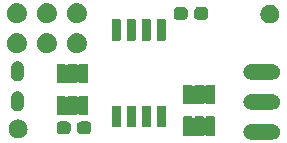
<source format=gbr>
G04 #@! TF.GenerationSoftware,KiCad,Pcbnew,7.0.3*
G04 #@! TF.CreationDate,2023-07-10T18:08:13+01:00*
G04 #@! TF.ProjectId,attiny85_ws2812_touch,61747469-6e79-4383-955f-777332383132,rev?*
G04 #@! TF.SameCoordinates,Original*
G04 #@! TF.FileFunction,Soldermask,Top*
G04 #@! TF.FilePolarity,Negative*
%FSLAX46Y46*%
G04 Gerber Fmt 4.6, Leading zero omitted, Abs format (unit mm)*
G04 Created by KiCad (PCBNEW 7.0.3) date 2023-07-10 18:08:13*
%MOMM*%
%LPD*%
G01*
G04 APERTURE LIST*
G04 APERTURE END LIST*
G36*
X143424792Y-80938933D02*
G01*
X143458459Y-80947577D01*
X143487886Y-80950893D01*
X143533404Y-80966820D01*
X143582849Y-80979516D01*
X143605897Y-80992186D01*
X143625314Y-80998981D01*
X143674685Y-81030003D01*
X143725848Y-81058130D01*
X143738789Y-81070282D01*
X143748595Y-81076444D01*
X143798593Y-81126442D01*
X143844804Y-81169837D01*
X143849694Y-81177543D01*
X143851555Y-81179404D01*
X143919655Y-81287784D01*
X143932242Y-81307618D01*
X143951716Y-81367553D01*
X143977106Y-81440113D01*
X143978068Y-81448656D01*
X143982669Y-81462815D01*
X143986467Y-81523197D01*
X143993409Y-81584800D01*
X143991441Y-81602259D01*
X143992915Y-81625677D01*
X143982868Y-81678341D01*
X143977106Y-81729486D01*
X143968326Y-81754576D01*
X143962338Y-81785970D01*
X143942850Y-81827381D01*
X143929018Y-81866914D01*
X143910022Y-81897145D01*
X143892857Y-81933623D01*
X143868922Y-81962555D01*
X143851555Y-81990195D01*
X143819725Y-82022024D01*
X143788840Y-82059359D01*
X143765256Y-82076493D01*
X143748595Y-82093155D01*
X143702197Y-82122308D01*
X143656822Y-82155276D01*
X143637650Y-82162866D01*
X143625314Y-82170618D01*
X143563002Y-82192421D01*
X143505097Y-82215348D01*
X143493180Y-82216853D01*
X143487886Y-82218706D01*
X143401154Y-82228478D01*
X143343200Y-82235800D01*
X143336180Y-82235800D01*
X141550220Y-82235800D01*
X141543200Y-82235800D01*
X141461608Y-82230667D01*
X141427936Y-82222021D01*
X141398513Y-82218706D01*
X141353002Y-82202781D01*
X141303551Y-82190084D01*
X141280499Y-82177411D01*
X141261085Y-82170618D01*
X141211719Y-82139599D01*
X141160552Y-82111470D01*
X141147609Y-82099316D01*
X141137804Y-82093155D01*
X141087806Y-82043157D01*
X141041596Y-81999763D01*
X141036705Y-81992056D01*
X141034844Y-81990195D01*
X140966707Y-81881756D01*
X140954158Y-81861982D01*
X140934692Y-81802072D01*
X140909293Y-81729486D01*
X140908329Y-81720938D01*
X140903731Y-81706785D01*
X140899933Y-81646421D01*
X140892990Y-81584800D01*
X140894957Y-81567335D01*
X140893485Y-81543923D01*
X140903528Y-81491272D01*
X140909293Y-81440113D01*
X140918075Y-81415015D01*
X140924062Y-81383630D01*
X140943543Y-81342229D01*
X140957381Y-81302685D01*
X140976382Y-81272444D01*
X140993543Y-81235977D01*
X141017471Y-81207052D01*
X141034844Y-81179404D01*
X141066683Y-81147564D01*
X141097560Y-81110241D01*
X141121136Y-81093111D01*
X141137804Y-81076444D01*
X141184218Y-81047279D01*
X141229578Y-81014324D01*
X141248742Y-81006736D01*
X141261085Y-80998981D01*
X141323427Y-80977166D01*
X141381303Y-80954252D01*
X141393213Y-80952747D01*
X141398513Y-80950893D01*
X141485280Y-80941116D01*
X141543200Y-80933800D01*
X143343200Y-80933800D01*
X143424792Y-80938933D01*
G37*
G36*
X121863423Y-80534873D02*
G01*
X121902057Y-80534873D01*
X121945640Y-80544136D01*
X121996639Y-80549883D01*
X122033721Y-80562858D01*
X122065706Y-80569657D01*
X122111801Y-80590179D01*
X122165941Y-80609124D01*
X122194119Y-80626829D01*
X122218557Y-80637710D01*
X122264120Y-80670814D01*
X122317815Y-80704553D01*
X122337100Y-80723838D01*
X122353912Y-80736053D01*
X122395476Y-80782214D01*
X122444647Y-80831385D01*
X122455955Y-80849382D01*
X122465867Y-80860390D01*
X122499776Y-80919122D01*
X122540076Y-80983259D01*
X122545107Y-80997638D01*
X122549520Y-81005281D01*
X122572118Y-81074830D01*
X122599317Y-81152561D01*
X122600348Y-81161713D01*
X122601223Y-81164406D01*
X122609151Y-81239844D01*
X122619400Y-81330800D01*
X122609149Y-81421775D01*
X122601223Y-81497193D01*
X122600348Y-81499884D01*
X122599317Y-81509039D01*
X122572113Y-81586782D01*
X122549520Y-81656318D01*
X122545108Y-81663959D01*
X122540076Y-81678341D01*
X122499769Y-81742488D01*
X122465867Y-81801209D01*
X122455957Y-81812214D01*
X122444647Y-81830215D01*
X122395467Y-81879394D01*
X122353912Y-81925546D01*
X122337104Y-81937757D01*
X122317815Y-81957047D01*
X122264110Y-81990792D01*
X122218557Y-82023889D01*
X122194125Y-82034766D01*
X122165941Y-82052476D01*
X122111791Y-82071423D01*
X122065706Y-82091942D01*
X122033727Y-82098739D01*
X121996639Y-82111717D01*
X121945637Y-82117463D01*
X121902057Y-82126727D01*
X121863423Y-82126727D01*
X121818400Y-82131800D01*
X121773377Y-82126727D01*
X121734743Y-82126727D01*
X121691161Y-82117463D01*
X121640161Y-82111717D01*
X121603074Y-82098739D01*
X121571093Y-82091942D01*
X121525003Y-82071422D01*
X121470859Y-82052476D01*
X121442677Y-82034768D01*
X121418242Y-82023889D01*
X121372682Y-81990787D01*
X121318985Y-81957047D01*
X121299698Y-81937760D01*
X121282887Y-81925546D01*
X121241322Y-81879384D01*
X121192153Y-81830215D01*
X121180844Y-81812218D01*
X121170932Y-81801209D01*
X121137018Y-81742468D01*
X121096724Y-81678341D01*
X121091693Y-81663963D01*
X121087279Y-81656318D01*
X121064672Y-81586742D01*
X121037483Y-81509039D01*
X121036452Y-81499889D01*
X121035576Y-81497193D01*
X121027635Y-81421643D01*
X121017400Y-81330800D01*
X121027633Y-81239976D01*
X121035576Y-81164406D01*
X121036452Y-81161709D01*
X121037483Y-81152561D01*
X121064667Y-81074870D01*
X121087279Y-81005281D01*
X121091693Y-80997634D01*
X121096724Y-80983259D01*
X121137011Y-80919142D01*
X121170932Y-80860390D01*
X121180846Y-80849378D01*
X121192153Y-80831385D01*
X121241313Y-80782224D01*
X121282887Y-80736053D01*
X121299701Y-80723836D01*
X121318985Y-80704553D01*
X121372678Y-80670815D01*
X121418246Y-80637708D01*
X121442684Y-80626827D01*
X121470859Y-80609124D01*
X121524987Y-80590183D01*
X121571089Y-80569658D01*
X121603079Y-80562858D01*
X121640161Y-80549883D01*
X121691159Y-80544136D01*
X121734743Y-80534873D01*
X121773377Y-80534873D01*
X121818400Y-80529800D01*
X121863423Y-80534873D01*
G37*
G36*
X136539317Y-80282682D02*
G01*
X136555862Y-80293738D01*
X136566918Y-80310283D01*
X136568142Y-80316438D01*
X136602988Y-80368586D01*
X136736612Y-80368586D01*
X136771457Y-80316436D01*
X136772682Y-80310283D01*
X136783738Y-80293738D01*
X136800283Y-80282682D01*
X136819800Y-80278800D01*
X137469800Y-80278800D01*
X137489317Y-80282682D01*
X137505862Y-80293738D01*
X137516918Y-80310283D01*
X137518142Y-80316438D01*
X137552988Y-80368586D01*
X137686612Y-80368586D01*
X137721457Y-80316436D01*
X137722682Y-80310283D01*
X137733738Y-80293738D01*
X137750283Y-80282682D01*
X137769800Y-80278800D01*
X138419800Y-80278800D01*
X138439317Y-80282682D01*
X138455862Y-80293738D01*
X138466918Y-80310283D01*
X138470800Y-80329800D01*
X138470800Y-81889800D01*
X138466918Y-81909317D01*
X138455862Y-81925862D01*
X138439317Y-81936918D01*
X138419800Y-81940800D01*
X137769800Y-81940800D01*
X137750283Y-81936918D01*
X137733738Y-81925862D01*
X137722682Y-81909317D01*
X137721457Y-81903160D01*
X137686613Y-81851013D01*
X137552987Y-81851013D01*
X137518142Y-81903159D01*
X137516918Y-81909317D01*
X137505862Y-81925862D01*
X137489317Y-81936918D01*
X137469800Y-81940800D01*
X136819800Y-81940800D01*
X136800283Y-81936918D01*
X136783738Y-81925862D01*
X136772682Y-81909317D01*
X136771457Y-81903160D01*
X136736613Y-81851013D01*
X136602987Y-81851013D01*
X136568142Y-81903159D01*
X136566918Y-81909317D01*
X136555862Y-81925862D01*
X136539317Y-81936918D01*
X136519800Y-81940800D01*
X135869800Y-81940800D01*
X135850283Y-81936918D01*
X135833738Y-81925862D01*
X135822682Y-81909317D01*
X135818800Y-81889800D01*
X135818800Y-80329800D01*
X135822682Y-80310283D01*
X135833738Y-80293738D01*
X135850283Y-80282682D01*
X135869800Y-80278800D01*
X136519800Y-80278800D01*
X136539317Y-80282682D01*
G37*
G36*
X126046352Y-80710863D02*
G01*
X126061734Y-80717655D01*
X126068970Y-80718801D01*
X126099102Y-80734154D01*
X126143342Y-80753688D01*
X126218312Y-80828658D01*
X126237848Y-80872904D01*
X126253198Y-80903029D01*
X126254343Y-80910262D01*
X126261137Y-80925648D01*
X126268800Y-80991700D01*
X126268800Y-81466700D01*
X126261137Y-81532752D01*
X126254343Y-81548138D01*
X126253198Y-81555370D01*
X126237852Y-81585487D01*
X126218312Y-81629742D01*
X126143342Y-81704712D01*
X126099087Y-81724252D01*
X126068970Y-81739598D01*
X126061738Y-81740743D01*
X126046352Y-81747537D01*
X125980300Y-81755200D01*
X125380300Y-81755200D01*
X125314248Y-81747537D01*
X125298862Y-81740743D01*
X125291629Y-81739598D01*
X125261504Y-81724248D01*
X125217258Y-81704712D01*
X125142288Y-81629742D01*
X125122754Y-81585502D01*
X125107401Y-81555370D01*
X125106255Y-81548134D01*
X125099463Y-81532752D01*
X125091800Y-81466700D01*
X125091800Y-80991700D01*
X125099463Y-80925648D01*
X125106254Y-80910265D01*
X125107401Y-80903029D01*
X125122757Y-80872890D01*
X125142288Y-80828658D01*
X125217258Y-80753688D01*
X125261490Y-80734157D01*
X125291629Y-80718801D01*
X125298865Y-80717654D01*
X125314248Y-80710863D01*
X125380300Y-80703200D01*
X125980300Y-80703200D01*
X126046352Y-80710863D01*
G37*
G36*
X127771352Y-80710863D02*
G01*
X127786734Y-80717655D01*
X127793970Y-80718801D01*
X127824102Y-80734154D01*
X127868342Y-80753688D01*
X127943312Y-80828658D01*
X127962848Y-80872904D01*
X127978198Y-80903029D01*
X127979343Y-80910262D01*
X127986137Y-80925648D01*
X127993800Y-80991700D01*
X127993800Y-81466700D01*
X127986137Y-81532752D01*
X127979343Y-81548138D01*
X127978198Y-81555370D01*
X127962852Y-81585487D01*
X127943312Y-81629742D01*
X127868342Y-81704712D01*
X127824087Y-81724252D01*
X127793970Y-81739598D01*
X127786738Y-81740743D01*
X127771352Y-81747537D01*
X127705300Y-81755200D01*
X127105300Y-81755200D01*
X127039248Y-81747537D01*
X127023862Y-81740743D01*
X127016629Y-81739598D01*
X126986504Y-81724248D01*
X126942258Y-81704712D01*
X126867288Y-81629742D01*
X126847754Y-81585502D01*
X126832401Y-81555370D01*
X126831255Y-81548134D01*
X126824463Y-81532752D01*
X126816800Y-81466700D01*
X126816800Y-80991700D01*
X126824463Y-80925648D01*
X126831254Y-80910265D01*
X126832401Y-80903029D01*
X126847757Y-80872890D01*
X126867288Y-80828658D01*
X126942258Y-80753688D01*
X126986490Y-80734157D01*
X127016629Y-80718801D01*
X127023865Y-80717654D01*
X127039248Y-80710863D01*
X127105300Y-80703200D01*
X127705300Y-80703200D01*
X127771352Y-80710863D01*
G37*
G36*
X130468717Y-79359282D02*
G01*
X130485262Y-79370338D01*
X130496318Y-79386883D01*
X130500200Y-79406400D01*
X130500200Y-81106400D01*
X130496318Y-81125917D01*
X130485262Y-81142462D01*
X130468717Y-81153518D01*
X130449200Y-81157400D01*
X129799200Y-81157400D01*
X129779683Y-81153518D01*
X129763138Y-81142462D01*
X129752082Y-81125917D01*
X129748200Y-81106400D01*
X129748200Y-79406400D01*
X129752082Y-79386883D01*
X129763138Y-79370338D01*
X129779683Y-79359282D01*
X129799200Y-79355400D01*
X130449200Y-79355400D01*
X130468717Y-79359282D01*
G37*
G36*
X131738717Y-79359282D02*
G01*
X131755262Y-79370338D01*
X131766318Y-79386883D01*
X131770200Y-79406400D01*
X131770200Y-81106400D01*
X131766318Y-81125917D01*
X131755262Y-81142462D01*
X131738717Y-81153518D01*
X131719200Y-81157400D01*
X131069200Y-81157400D01*
X131049683Y-81153518D01*
X131033138Y-81142462D01*
X131022082Y-81125917D01*
X131018200Y-81106400D01*
X131018200Y-79406400D01*
X131022082Y-79386883D01*
X131033138Y-79370338D01*
X131049683Y-79359282D01*
X131069200Y-79355400D01*
X131719200Y-79355400D01*
X131738717Y-79359282D01*
G37*
G36*
X133008717Y-79359282D02*
G01*
X133025262Y-79370338D01*
X133036318Y-79386883D01*
X133040200Y-79406400D01*
X133040200Y-81106400D01*
X133036318Y-81125917D01*
X133025262Y-81142462D01*
X133008717Y-81153518D01*
X132989200Y-81157400D01*
X132339200Y-81157400D01*
X132319683Y-81153518D01*
X132303138Y-81142462D01*
X132292082Y-81125917D01*
X132288200Y-81106400D01*
X132288200Y-79406400D01*
X132292082Y-79386883D01*
X132303138Y-79370338D01*
X132319683Y-79359282D01*
X132339200Y-79355400D01*
X132989200Y-79355400D01*
X133008717Y-79359282D01*
G37*
G36*
X134278717Y-79359282D02*
G01*
X134295262Y-79370338D01*
X134306318Y-79386883D01*
X134310200Y-79406400D01*
X134310200Y-81106400D01*
X134306318Y-81125917D01*
X134295262Y-81142462D01*
X134278717Y-81153518D01*
X134259200Y-81157400D01*
X133609200Y-81157400D01*
X133589683Y-81153518D01*
X133573138Y-81142462D01*
X133562082Y-81125917D01*
X133558200Y-81106400D01*
X133558200Y-79406400D01*
X133562082Y-79386883D01*
X133573138Y-79370338D01*
X133589683Y-79359282D01*
X133609200Y-79355400D01*
X134259200Y-79355400D01*
X134278717Y-79359282D01*
G37*
G36*
X125800117Y-78522482D02*
G01*
X125816662Y-78533538D01*
X125827718Y-78550083D01*
X125828942Y-78556238D01*
X125863788Y-78608386D01*
X125997412Y-78608386D01*
X126032257Y-78556236D01*
X126033482Y-78550083D01*
X126044538Y-78533538D01*
X126061083Y-78522482D01*
X126080600Y-78518600D01*
X126730600Y-78518600D01*
X126750117Y-78522482D01*
X126766662Y-78533538D01*
X126777718Y-78550083D01*
X126778942Y-78556238D01*
X126813788Y-78608386D01*
X126947412Y-78608386D01*
X126982257Y-78556236D01*
X126983482Y-78550083D01*
X126994538Y-78533538D01*
X127011083Y-78522482D01*
X127030600Y-78518600D01*
X127680600Y-78518600D01*
X127700117Y-78522482D01*
X127716662Y-78533538D01*
X127727718Y-78550083D01*
X127731600Y-78569600D01*
X127731600Y-80129600D01*
X127727718Y-80149117D01*
X127716662Y-80165662D01*
X127700117Y-80176718D01*
X127680600Y-80180600D01*
X127030600Y-80180600D01*
X127011083Y-80176718D01*
X126994538Y-80165662D01*
X126983482Y-80149117D01*
X126982257Y-80142960D01*
X126947413Y-80090813D01*
X126813787Y-80090813D01*
X126778942Y-80142959D01*
X126777718Y-80149117D01*
X126766662Y-80165662D01*
X126750117Y-80176718D01*
X126730600Y-80180600D01*
X126080600Y-80180600D01*
X126061083Y-80176718D01*
X126044538Y-80165662D01*
X126033482Y-80149117D01*
X126032257Y-80142960D01*
X125997413Y-80090813D01*
X125863787Y-80090813D01*
X125828942Y-80142959D01*
X125827718Y-80149117D01*
X125816662Y-80165662D01*
X125800117Y-80176718D01*
X125780600Y-80180600D01*
X125130600Y-80180600D01*
X125111083Y-80176718D01*
X125094538Y-80165662D01*
X125083482Y-80149117D01*
X125079600Y-80129600D01*
X125079600Y-78569600D01*
X125083482Y-78550083D01*
X125094538Y-78533538D01*
X125111083Y-78522482D01*
X125130600Y-78518600D01*
X125780600Y-78518600D01*
X125800117Y-78522482D01*
G37*
G36*
X121783272Y-78147929D02*
G01*
X121833905Y-78147929D01*
X121853354Y-78152722D01*
X121879704Y-78154525D01*
X121922780Y-78169834D01*
X121962663Y-78179664D01*
X121988299Y-78193119D01*
X122021096Y-78204775D01*
X122051796Y-78226446D01*
X122080083Y-78241292D01*
X122108524Y-78266488D01*
X122143687Y-78291309D01*
X122162129Y-78313978D01*
X122179340Y-78329225D01*
X122206242Y-78368199D01*
X122238385Y-78407709D01*
X122246655Y-78426749D01*
X122254673Y-78438365D01*
X122275129Y-78492304D01*
X122298167Y-78545342D01*
X122299828Y-78557428D01*
X122301697Y-78562356D01*
X122310723Y-78636694D01*
X122318600Y-78694000D01*
X122318600Y-79294000D01*
X122313468Y-79369028D01*
X122304826Y-79399869D01*
X122301697Y-79425643D01*
X122286031Y-79466949D01*
X122272983Y-79513519D01*
X122260724Y-79533676D01*
X122254673Y-79549634D01*
X122223981Y-79594099D01*
X122195017Y-79641729D01*
X122184008Y-79652009D01*
X122179340Y-79658774D01*
X122129287Y-79703116D01*
X122085351Y-79744150D01*
X122054259Y-79760260D01*
X121962663Y-79808335D01*
X121960408Y-79808890D01*
X121952119Y-79813186D01*
X121893894Y-79825284D01*
X121833905Y-79840071D01*
X121822738Y-79840071D01*
X121805202Y-79843715D01*
X121751928Y-79840071D01*
X121701295Y-79840071D01*
X121681846Y-79835277D01*
X121655496Y-79833475D01*
X121612414Y-79818164D01*
X121572536Y-79808335D01*
X121546903Y-79794881D01*
X121514104Y-79783225D01*
X121483400Y-79761552D01*
X121455116Y-79746707D01*
X121426676Y-79721511D01*
X121391513Y-79696691D01*
X121373070Y-79674021D01*
X121355859Y-79658774D01*
X121328955Y-79619797D01*
X121296815Y-79580291D01*
X121288545Y-79561252D01*
X121280526Y-79549634D01*
X121260065Y-79495684D01*
X121237033Y-79442658D01*
X121235372Y-79430573D01*
X121233502Y-79425643D01*
X121224473Y-79351284D01*
X121216600Y-79294000D01*
X121216600Y-78694000D01*
X121221732Y-78618972D01*
X121230371Y-78588136D01*
X121233502Y-78562356D01*
X121249172Y-78521036D01*
X121262217Y-78474481D01*
X121274471Y-78454329D01*
X121280526Y-78438365D01*
X121311231Y-78393880D01*
X121340183Y-78346271D01*
X121351186Y-78335994D01*
X121355859Y-78329225D01*
X121405951Y-78284847D01*
X121449849Y-78243850D01*
X121480712Y-78227857D01*
X121572536Y-78179664D01*
X121574796Y-78179106D01*
X121583081Y-78174814D01*
X121641290Y-78162718D01*
X121701295Y-78147929D01*
X121712462Y-78147929D01*
X121729998Y-78144285D01*
X121783272Y-78147929D01*
G37*
G36*
X143424792Y-78398933D02*
G01*
X143458459Y-78407577D01*
X143487886Y-78410893D01*
X143533404Y-78426820D01*
X143582849Y-78439516D01*
X143605897Y-78452186D01*
X143625314Y-78458981D01*
X143674685Y-78490003D01*
X143725848Y-78518130D01*
X143738789Y-78530282D01*
X143748595Y-78536444D01*
X143798593Y-78586442D01*
X143844804Y-78629837D01*
X143849694Y-78637543D01*
X143851555Y-78639404D01*
X143919655Y-78747784D01*
X143932242Y-78767618D01*
X143951716Y-78827553D01*
X143977106Y-78900113D01*
X143978068Y-78908656D01*
X143982669Y-78922815D01*
X143986467Y-78983197D01*
X143993409Y-79044800D01*
X143991441Y-79062259D01*
X143992915Y-79085677D01*
X143982868Y-79138341D01*
X143977106Y-79189486D01*
X143968326Y-79214576D01*
X143962338Y-79245970D01*
X143942850Y-79287381D01*
X143929018Y-79326914D01*
X143910022Y-79357145D01*
X143892857Y-79393623D01*
X143868922Y-79422555D01*
X143851555Y-79450195D01*
X143819725Y-79482024D01*
X143788840Y-79519359D01*
X143765256Y-79536493D01*
X143748595Y-79553155D01*
X143702197Y-79582308D01*
X143656822Y-79615276D01*
X143637650Y-79622866D01*
X143625314Y-79630618D01*
X143563002Y-79652421D01*
X143505097Y-79675348D01*
X143493180Y-79676853D01*
X143487886Y-79678706D01*
X143401154Y-79688478D01*
X143343200Y-79695800D01*
X143336180Y-79695800D01*
X141550220Y-79695800D01*
X141543200Y-79695800D01*
X141461608Y-79690667D01*
X141427936Y-79682021D01*
X141398513Y-79678706D01*
X141353002Y-79662781D01*
X141303551Y-79650084D01*
X141280499Y-79637411D01*
X141261085Y-79630618D01*
X141211719Y-79599599D01*
X141160552Y-79571470D01*
X141147609Y-79559316D01*
X141137804Y-79553155D01*
X141087806Y-79503157D01*
X141041596Y-79459763D01*
X141036705Y-79452056D01*
X141034844Y-79450195D01*
X140966707Y-79341756D01*
X140954158Y-79321982D01*
X140934692Y-79262072D01*
X140909293Y-79189486D01*
X140908329Y-79180938D01*
X140903731Y-79166785D01*
X140899933Y-79106421D01*
X140892990Y-79044800D01*
X140894957Y-79027335D01*
X140893485Y-79003923D01*
X140903528Y-78951272D01*
X140909293Y-78900113D01*
X140918075Y-78875015D01*
X140924062Y-78843630D01*
X140943543Y-78802229D01*
X140957381Y-78762685D01*
X140976382Y-78732444D01*
X140993543Y-78695977D01*
X141017471Y-78667052D01*
X141034844Y-78639404D01*
X141066683Y-78607564D01*
X141097560Y-78570241D01*
X141121136Y-78553111D01*
X141137804Y-78536444D01*
X141184218Y-78507279D01*
X141229578Y-78474324D01*
X141248742Y-78466736D01*
X141261085Y-78458981D01*
X141323427Y-78437166D01*
X141381303Y-78414252D01*
X141393213Y-78412747D01*
X141398513Y-78410893D01*
X141485280Y-78401116D01*
X141543200Y-78393800D01*
X143343200Y-78393800D01*
X143424792Y-78398933D01*
G37*
G36*
X136539317Y-77582682D02*
G01*
X136555862Y-77593738D01*
X136566918Y-77610283D01*
X136568142Y-77616438D01*
X136602988Y-77668586D01*
X136736612Y-77668586D01*
X136771457Y-77616436D01*
X136772682Y-77610283D01*
X136783738Y-77593738D01*
X136800283Y-77582682D01*
X136819800Y-77578800D01*
X137469800Y-77578800D01*
X137489317Y-77582682D01*
X137505862Y-77593738D01*
X137516918Y-77610283D01*
X137518142Y-77616438D01*
X137552988Y-77668586D01*
X137686612Y-77668586D01*
X137721457Y-77616436D01*
X137722682Y-77610283D01*
X137733738Y-77593738D01*
X137750283Y-77582682D01*
X137769800Y-77578800D01*
X138419800Y-77578800D01*
X138439317Y-77582682D01*
X138455862Y-77593738D01*
X138466918Y-77610283D01*
X138470800Y-77629800D01*
X138470800Y-79189800D01*
X138466918Y-79209317D01*
X138455862Y-79225862D01*
X138439317Y-79236918D01*
X138419800Y-79240800D01*
X137769800Y-79240800D01*
X137750283Y-79236918D01*
X137733738Y-79225862D01*
X137722682Y-79209317D01*
X137721457Y-79203160D01*
X137686613Y-79151013D01*
X137552987Y-79151013D01*
X137518142Y-79203159D01*
X137516918Y-79209317D01*
X137505862Y-79225862D01*
X137489317Y-79236918D01*
X137469800Y-79240800D01*
X136819800Y-79240800D01*
X136800283Y-79236918D01*
X136783738Y-79225862D01*
X136772682Y-79209317D01*
X136771457Y-79203160D01*
X136736613Y-79151013D01*
X136602987Y-79151013D01*
X136568142Y-79203159D01*
X136566918Y-79209317D01*
X136555862Y-79225862D01*
X136539317Y-79236918D01*
X136519800Y-79240800D01*
X135869800Y-79240800D01*
X135850283Y-79236918D01*
X135833738Y-79225862D01*
X135822682Y-79209317D01*
X135818800Y-79189800D01*
X135818800Y-77629800D01*
X135822682Y-77610283D01*
X135833738Y-77593738D01*
X135850283Y-77582682D01*
X135869800Y-77578800D01*
X136519800Y-77578800D01*
X136539317Y-77582682D01*
G37*
G36*
X125800117Y-75822482D02*
G01*
X125816662Y-75833538D01*
X125827718Y-75850083D01*
X125828942Y-75856238D01*
X125863788Y-75908386D01*
X125997412Y-75908386D01*
X126032257Y-75856236D01*
X126033482Y-75850083D01*
X126044538Y-75833538D01*
X126061083Y-75822482D01*
X126080600Y-75818600D01*
X126730600Y-75818600D01*
X126750117Y-75822482D01*
X126766662Y-75833538D01*
X126777718Y-75850083D01*
X126778942Y-75856238D01*
X126813788Y-75908386D01*
X126947412Y-75908386D01*
X126982257Y-75856236D01*
X126983482Y-75850083D01*
X126994538Y-75833538D01*
X127011083Y-75822482D01*
X127030600Y-75818600D01*
X127680600Y-75818600D01*
X127700117Y-75822482D01*
X127716662Y-75833538D01*
X127727718Y-75850083D01*
X127731600Y-75869600D01*
X127731600Y-77429600D01*
X127727718Y-77449117D01*
X127716662Y-77465662D01*
X127700117Y-77476718D01*
X127680600Y-77480600D01*
X127030600Y-77480600D01*
X127011083Y-77476718D01*
X126994538Y-77465662D01*
X126983482Y-77449117D01*
X126982257Y-77442960D01*
X126947413Y-77390813D01*
X126813787Y-77390813D01*
X126778942Y-77442959D01*
X126777718Y-77449117D01*
X126766662Y-77465662D01*
X126750117Y-77476718D01*
X126730600Y-77480600D01*
X126080600Y-77480600D01*
X126061083Y-77476718D01*
X126044538Y-77465662D01*
X126033482Y-77449117D01*
X126032257Y-77442960D01*
X125997413Y-77390813D01*
X125863787Y-77390813D01*
X125828942Y-77442959D01*
X125827718Y-77449117D01*
X125816662Y-77465662D01*
X125800117Y-77476718D01*
X125780600Y-77480600D01*
X125130600Y-77480600D01*
X125111083Y-77476718D01*
X125094538Y-77465662D01*
X125083482Y-77449117D01*
X125079600Y-77429600D01*
X125079600Y-75869600D01*
X125083482Y-75850083D01*
X125094538Y-75833538D01*
X125111083Y-75822482D01*
X125130600Y-75818600D01*
X125780600Y-75818600D01*
X125800117Y-75822482D01*
G37*
G36*
X121783272Y-75607929D02*
G01*
X121833905Y-75607929D01*
X121853354Y-75612722D01*
X121879704Y-75614525D01*
X121922780Y-75629834D01*
X121962663Y-75639664D01*
X121988299Y-75653119D01*
X122021096Y-75664775D01*
X122051796Y-75686446D01*
X122080083Y-75701292D01*
X122108524Y-75726488D01*
X122143687Y-75751309D01*
X122162129Y-75773978D01*
X122179340Y-75789225D01*
X122206242Y-75828199D01*
X122238385Y-75867709D01*
X122246655Y-75886749D01*
X122254673Y-75898365D01*
X122275129Y-75952304D01*
X122298167Y-76005342D01*
X122299828Y-76017428D01*
X122301697Y-76022356D01*
X122310723Y-76096694D01*
X122318600Y-76154000D01*
X122318600Y-76754000D01*
X122313468Y-76829028D01*
X122304826Y-76859869D01*
X122301697Y-76885643D01*
X122286031Y-76926949D01*
X122272983Y-76973519D01*
X122260724Y-76993676D01*
X122254673Y-77009634D01*
X122223981Y-77054099D01*
X122195017Y-77101729D01*
X122184008Y-77112009D01*
X122179340Y-77118774D01*
X122129287Y-77163116D01*
X122085351Y-77204150D01*
X122054259Y-77220260D01*
X121962663Y-77268335D01*
X121960408Y-77268890D01*
X121952119Y-77273186D01*
X121893894Y-77285284D01*
X121833905Y-77300071D01*
X121822738Y-77300071D01*
X121805202Y-77303715D01*
X121751928Y-77300071D01*
X121701295Y-77300071D01*
X121681846Y-77295277D01*
X121655496Y-77293475D01*
X121612414Y-77278164D01*
X121572536Y-77268335D01*
X121546903Y-77254881D01*
X121514104Y-77243225D01*
X121483400Y-77221552D01*
X121455116Y-77206707D01*
X121426676Y-77181511D01*
X121391513Y-77156691D01*
X121373070Y-77134021D01*
X121355859Y-77118774D01*
X121328955Y-77079797D01*
X121296815Y-77040291D01*
X121288545Y-77021252D01*
X121280526Y-77009634D01*
X121260065Y-76955684D01*
X121237033Y-76902658D01*
X121235372Y-76890573D01*
X121233502Y-76885643D01*
X121224473Y-76811284D01*
X121216600Y-76754000D01*
X121216600Y-76154000D01*
X121221732Y-76078972D01*
X121230371Y-76048136D01*
X121233502Y-76022356D01*
X121249172Y-75981036D01*
X121262217Y-75934481D01*
X121274471Y-75914329D01*
X121280526Y-75898365D01*
X121311231Y-75853880D01*
X121340183Y-75806271D01*
X121351186Y-75795994D01*
X121355859Y-75789225D01*
X121405951Y-75744847D01*
X121449849Y-75703850D01*
X121480712Y-75687857D01*
X121572536Y-75639664D01*
X121574796Y-75639106D01*
X121583081Y-75634814D01*
X121641290Y-75622718D01*
X121701295Y-75607929D01*
X121712462Y-75607929D01*
X121729998Y-75604285D01*
X121783272Y-75607929D01*
G37*
G36*
X143424792Y-75858933D02*
G01*
X143458459Y-75867577D01*
X143487886Y-75870893D01*
X143533404Y-75886820D01*
X143582849Y-75899516D01*
X143605897Y-75912186D01*
X143625314Y-75918981D01*
X143674685Y-75950003D01*
X143725848Y-75978130D01*
X143738789Y-75990282D01*
X143748595Y-75996444D01*
X143798593Y-76046442D01*
X143844804Y-76089837D01*
X143849694Y-76097543D01*
X143851555Y-76099404D01*
X143919655Y-76207784D01*
X143932242Y-76227618D01*
X143951716Y-76287553D01*
X143977106Y-76360113D01*
X143978068Y-76368656D01*
X143982669Y-76382815D01*
X143986467Y-76443197D01*
X143993409Y-76504800D01*
X143991441Y-76522259D01*
X143992915Y-76545677D01*
X143982868Y-76598341D01*
X143977106Y-76649486D01*
X143968326Y-76674576D01*
X143962338Y-76705970D01*
X143942850Y-76747381D01*
X143929018Y-76786914D01*
X143910022Y-76817145D01*
X143892857Y-76853623D01*
X143868922Y-76882555D01*
X143851555Y-76910195D01*
X143819725Y-76942024D01*
X143788840Y-76979359D01*
X143765256Y-76996493D01*
X143748595Y-77013155D01*
X143702197Y-77042308D01*
X143656822Y-77075276D01*
X143637650Y-77082866D01*
X143625314Y-77090618D01*
X143563002Y-77112421D01*
X143505097Y-77135348D01*
X143493180Y-77136853D01*
X143487886Y-77138706D01*
X143401154Y-77148478D01*
X143343200Y-77155800D01*
X143336180Y-77155800D01*
X141550220Y-77155800D01*
X141543200Y-77155800D01*
X141461608Y-77150667D01*
X141427936Y-77142021D01*
X141398513Y-77138706D01*
X141353002Y-77122781D01*
X141303551Y-77110084D01*
X141280499Y-77097411D01*
X141261085Y-77090618D01*
X141211719Y-77059599D01*
X141160552Y-77031470D01*
X141147609Y-77019316D01*
X141137804Y-77013155D01*
X141087806Y-76963157D01*
X141041596Y-76919763D01*
X141036705Y-76912056D01*
X141034844Y-76910195D01*
X140966707Y-76801756D01*
X140954158Y-76781982D01*
X140934692Y-76722072D01*
X140909293Y-76649486D01*
X140908329Y-76640938D01*
X140903731Y-76626785D01*
X140899933Y-76566421D01*
X140892990Y-76504800D01*
X140894957Y-76487335D01*
X140893485Y-76463923D01*
X140903528Y-76411272D01*
X140909293Y-76360113D01*
X140918075Y-76335015D01*
X140924062Y-76303630D01*
X140943543Y-76262229D01*
X140957381Y-76222685D01*
X140976382Y-76192444D01*
X140993543Y-76155977D01*
X141017471Y-76127052D01*
X141034844Y-76099404D01*
X141066683Y-76067564D01*
X141097560Y-76030241D01*
X141121136Y-76013111D01*
X141137804Y-75996444D01*
X141184218Y-75967279D01*
X141229578Y-75934324D01*
X141248742Y-75926736D01*
X141261085Y-75918981D01*
X141323427Y-75897166D01*
X141381303Y-75874252D01*
X141393213Y-75872747D01*
X141398513Y-75870893D01*
X141485280Y-75861116D01*
X141543200Y-75853800D01*
X143343200Y-75853800D01*
X143424792Y-75858933D01*
G37*
G36*
X121757999Y-73220062D02*
G01*
X121805754Y-73220062D01*
X121846994Y-73228827D01*
X121882701Y-73232345D01*
X121927559Y-73245952D01*
X121979773Y-73257051D01*
X122013184Y-73271926D01*
X122042235Y-73280739D01*
X122088402Y-73305415D01*
X122142300Y-73329412D01*
X122167354Y-73347615D01*
X122189253Y-73359320D01*
X122233928Y-73395984D01*
X122286230Y-73433984D01*
X122303211Y-73452843D01*
X122318120Y-73465079D01*
X122358187Y-73513901D01*
X122405273Y-73566195D01*
X122415164Y-73583327D01*
X122423879Y-73593946D01*
X122456106Y-73654240D01*
X122494227Y-73720267D01*
X122498613Y-73733768D01*
X122502460Y-73740964D01*
X122523661Y-73810855D01*
X122549204Y-73889467D01*
X122550103Y-73898023D01*
X122550854Y-73900498D01*
X122558171Y-73974789D01*
X122567800Y-74066400D01*
X122558170Y-74158019D01*
X122550854Y-74232301D01*
X122550103Y-74234775D01*
X122549204Y-74243333D01*
X122523656Y-74321958D01*
X122502460Y-74391835D01*
X122498614Y-74399029D01*
X122494227Y-74412533D01*
X122456099Y-74478572D01*
X122423879Y-74538853D01*
X122415166Y-74549469D01*
X122405273Y-74566605D01*
X122358178Y-74618909D01*
X122318120Y-74667720D01*
X122303214Y-74679952D01*
X122286230Y-74698816D01*
X122233918Y-74736823D01*
X122189253Y-74773479D01*
X122167359Y-74785180D01*
X122142300Y-74803388D01*
X122088391Y-74827389D01*
X122042235Y-74852060D01*
X122013191Y-74860870D01*
X121979773Y-74875749D01*
X121927548Y-74886849D01*
X121882701Y-74900454D01*
X121847003Y-74903970D01*
X121805754Y-74912738D01*
X121757988Y-74912738D01*
X121716799Y-74916795D01*
X121675611Y-74912738D01*
X121627846Y-74912738D01*
X121586597Y-74903970D01*
X121550898Y-74900454D01*
X121506048Y-74886848D01*
X121453827Y-74875749D01*
X121420410Y-74860871D01*
X121391364Y-74852060D01*
X121345202Y-74827386D01*
X121291300Y-74803388D01*
X121266243Y-74785183D01*
X121244346Y-74773479D01*
X121199673Y-74736816D01*
X121147370Y-74698816D01*
X121130388Y-74679955D01*
X121115479Y-74667720D01*
X121075410Y-74618896D01*
X121028327Y-74566605D01*
X121018436Y-74549473D01*
X121009720Y-74538853D01*
X120977487Y-74478548D01*
X120939373Y-74412533D01*
X120934986Y-74399034D01*
X120931139Y-74391835D01*
X120909928Y-74321912D01*
X120884396Y-74243333D01*
X120883497Y-74234780D01*
X120882745Y-74232301D01*
X120875414Y-74157874D01*
X120865800Y-74066400D01*
X120875411Y-73974947D01*
X120882745Y-73900498D01*
X120883497Y-73898018D01*
X120884396Y-73889467D01*
X120909923Y-73810902D01*
X120931139Y-73740964D01*
X120934987Y-73733763D01*
X120939373Y-73720267D01*
X120977480Y-73654263D01*
X121009720Y-73593946D01*
X121018438Y-73583323D01*
X121028327Y-73566195D01*
X121075401Y-73513913D01*
X121115479Y-73465079D01*
X121130391Y-73452840D01*
X121147370Y-73433984D01*
X121199662Y-73395991D01*
X121244346Y-73359320D01*
X121266248Y-73347613D01*
X121291300Y-73329412D01*
X121345191Y-73305418D01*
X121391364Y-73280739D01*
X121420417Y-73271925D01*
X121453827Y-73257051D01*
X121506037Y-73245953D01*
X121550898Y-73232345D01*
X121586606Y-73228827D01*
X121627846Y-73220062D01*
X121675601Y-73220062D01*
X121716800Y-73216004D01*
X121757999Y-73220062D01*
G37*
G36*
X124297999Y-73220062D02*
G01*
X124345754Y-73220062D01*
X124386994Y-73228827D01*
X124422701Y-73232345D01*
X124467559Y-73245952D01*
X124519773Y-73257051D01*
X124553184Y-73271926D01*
X124582235Y-73280739D01*
X124628402Y-73305415D01*
X124682300Y-73329412D01*
X124707354Y-73347615D01*
X124729253Y-73359320D01*
X124773928Y-73395984D01*
X124826230Y-73433984D01*
X124843211Y-73452843D01*
X124858120Y-73465079D01*
X124898187Y-73513901D01*
X124945273Y-73566195D01*
X124955164Y-73583327D01*
X124963879Y-73593946D01*
X124996106Y-73654240D01*
X125034227Y-73720267D01*
X125038613Y-73733768D01*
X125042460Y-73740964D01*
X125063661Y-73810855D01*
X125089204Y-73889467D01*
X125090103Y-73898023D01*
X125090854Y-73900498D01*
X125098171Y-73974789D01*
X125107800Y-74066400D01*
X125098170Y-74158019D01*
X125090854Y-74232301D01*
X125090103Y-74234775D01*
X125089204Y-74243333D01*
X125063656Y-74321958D01*
X125042460Y-74391835D01*
X125038614Y-74399029D01*
X125034227Y-74412533D01*
X124996099Y-74478572D01*
X124963879Y-74538853D01*
X124955166Y-74549469D01*
X124945273Y-74566605D01*
X124898178Y-74618909D01*
X124858120Y-74667720D01*
X124843214Y-74679952D01*
X124826230Y-74698816D01*
X124773918Y-74736823D01*
X124729253Y-74773479D01*
X124707359Y-74785180D01*
X124682300Y-74803388D01*
X124628391Y-74827389D01*
X124582235Y-74852060D01*
X124553191Y-74860870D01*
X124519773Y-74875749D01*
X124467548Y-74886849D01*
X124422701Y-74900454D01*
X124387003Y-74903970D01*
X124345754Y-74912738D01*
X124297988Y-74912738D01*
X124256799Y-74916795D01*
X124215611Y-74912738D01*
X124167846Y-74912738D01*
X124126597Y-74903970D01*
X124090898Y-74900454D01*
X124046048Y-74886848D01*
X123993827Y-74875749D01*
X123960410Y-74860871D01*
X123931364Y-74852060D01*
X123885202Y-74827386D01*
X123831300Y-74803388D01*
X123806243Y-74785183D01*
X123784346Y-74773479D01*
X123739673Y-74736816D01*
X123687370Y-74698816D01*
X123670388Y-74679955D01*
X123655479Y-74667720D01*
X123615410Y-74618896D01*
X123568327Y-74566605D01*
X123558436Y-74549473D01*
X123549720Y-74538853D01*
X123517487Y-74478548D01*
X123479373Y-74412533D01*
X123474986Y-74399034D01*
X123471139Y-74391835D01*
X123449928Y-74321912D01*
X123424396Y-74243333D01*
X123423497Y-74234780D01*
X123422745Y-74232301D01*
X123415414Y-74157874D01*
X123405800Y-74066400D01*
X123415411Y-73974947D01*
X123422745Y-73900498D01*
X123423497Y-73898018D01*
X123424396Y-73889467D01*
X123449923Y-73810902D01*
X123471139Y-73740964D01*
X123474987Y-73733763D01*
X123479373Y-73720267D01*
X123517480Y-73654263D01*
X123549720Y-73593946D01*
X123558438Y-73583323D01*
X123568327Y-73566195D01*
X123615401Y-73513913D01*
X123655479Y-73465079D01*
X123670391Y-73452840D01*
X123687370Y-73433984D01*
X123739662Y-73395991D01*
X123784346Y-73359320D01*
X123806248Y-73347613D01*
X123831300Y-73329412D01*
X123885191Y-73305418D01*
X123931364Y-73280739D01*
X123960417Y-73271925D01*
X123993827Y-73257051D01*
X124046037Y-73245953D01*
X124090898Y-73232345D01*
X124126606Y-73228827D01*
X124167846Y-73220062D01*
X124215601Y-73220062D01*
X124256800Y-73216004D01*
X124297999Y-73220062D01*
G37*
G36*
X126837999Y-73220062D02*
G01*
X126885754Y-73220062D01*
X126926994Y-73228827D01*
X126962701Y-73232345D01*
X127007559Y-73245952D01*
X127059773Y-73257051D01*
X127093184Y-73271926D01*
X127122235Y-73280739D01*
X127168402Y-73305415D01*
X127222300Y-73329412D01*
X127247354Y-73347615D01*
X127269253Y-73359320D01*
X127313928Y-73395984D01*
X127366230Y-73433984D01*
X127383211Y-73452843D01*
X127398120Y-73465079D01*
X127438187Y-73513901D01*
X127485273Y-73566195D01*
X127495164Y-73583327D01*
X127503879Y-73593946D01*
X127536106Y-73654240D01*
X127574227Y-73720267D01*
X127578613Y-73733768D01*
X127582460Y-73740964D01*
X127603661Y-73810855D01*
X127629204Y-73889467D01*
X127630103Y-73898023D01*
X127630854Y-73900498D01*
X127638171Y-73974789D01*
X127647800Y-74066400D01*
X127638170Y-74158019D01*
X127630854Y-74232301D01*
X127630103Y-74234775D01*
X127629204Y-74243333D01*
X127603656Y-74321958D01*
X127582460Y-74391835D01*
X127578614Y-74399029D01*
X127574227Y-74412533D01*
X127536099Y-74478572D01*
X127503879Y-74538853D01*
X127495166Y-74549469D01*
X127485273Y-74566605D01*
X127438178Y-74618909D01*
X127398120Y-74667720D01*
X127383214Y-74679952D01*
X127366230Y-74698816D01*
X127313918Y-74736823D01*
X127269253Y-74773479D01*
X127247359Y-74785180D01*
X127222300Y-74803388D01*
X127168391Y-74827389D01*
X127122235Y-74852060D01*
X127093191Y-74860870D01*
X127059773Y-74875749D01*
X127007548Y-74886849D01*
X126962701Y-74900454D01*
X126927003Y-74903970D01*
X126885754Y-74912738D01*
X126837988Y-74912738D01*
X126796799Y-74916795D01*
X126755611Y-74912738D01*
X126707846Y-74912738D01*
X126666597Y-74903970D01*
X126630898Y-74900454D01*
X126586048Y-74886848D01*
X126533827Y-74875749D01*
X126500410Y-74860871D01*
X126471364Y-74852060D01*
X126425202Y-74827386D01*
X126371300Y-74803388D01*
X126346243Y-74785183D01*
X126324346Y-74773479D01*
X126279673Y-74736816D01*
X126227370Y-74698816D01*
X126210388Y-74679955D01*
X126195479Y-74667720D01*
X126155410Y-74618896D01*
X126108327Y-74566605D01*
X126098436Y-74549473D01*
X126089720Y-74538853D01*
X126057487Y-74478548D01*
X126019373Y-74412533D01*
X126014986Y-74399034D01*
X126011139Y-74391835D01*
X125989928Y-74321912D01*
X125964396Y-74243333D01*
X125963497Y-74234780D01*
X125962745Y-74232301D01*
X125955414Y-74157874D01*
X125945800Y-74066400D01*
X125955411Y-73974947D01*
X125962745Y-73900498D01*
X125963497Y-73898018D01*
X125964396Y-73889467D01*
X125989923Y-73810902D01*
X126011139Y-73740964D01*
X126014987Y-73733763D01*
X126019373Y-73720267D01*
X126057480Y-73654263D01*
X126089720Y-73593946D01*
X126098438Y-73583323D01*
X126108327Y-73566195D01*
X126155401Y-73513913D01*
X126195479Y-73465079D01*
X126210391Y-73452840D01*
X126227370Y-73433984D01*
X126279662Y-73395991D01*
X126324346Y-73359320D01*
X126346248Y-73347613D01*
X126371300Y-73329412D01*
X126425191Y-73305418D01*
X126471364Y-73280739D01*
X126500417Y-73271925D01*
X126533827Y-73257051D01*
X126586037Y-73245953D01*
X126630898Y-73232345D01*
X126666606Y-73228827D01*
X126707846Y-73220062D01*
X126755601Y-73220062D01*
X126796800Y-73216004D01*
X126837999Y-73220062D01*
G37*
G36*
X130468717Y-72059282D02*
G01*
X130485262Y-72070338D01*
X130496318Y-72086883D01*
X130500200Y-72106400D01*
X130500200Y-73806400D01*
X130496318Y-73825917D01*
X130485262Y-73842462D01*
X130468717Y-73853518D01*
X130449200Y-73857400D01*
X129799200Y-73857400D01*
X129779683Y-73853518D01*
X129763138Y-73842462D01*
X129752082Y-73825917D01*
X129748200Y-73806400D01*
X129748200Y-72106400D01*
X129752082Y-72086883D01*
X129763138Y-72070338D01*
X129779683Y-72059282D01*
X129799200Y-72055400D01*
X130449200Y-72055400D01*
X130468717Y-72059282D01*
G37*
G36*
X131738717Y-72059282D02*
G01*
X131755262Y-72070338D01*
X131766318Y-72086883D01*
X131770200Y-72106400D01*
X131770200Y-73806400D01*
X131766318Y-73825917D01*
X131755262Y-73842462D01*
X131738717Y-73853518D01*
X131719200Y-73857400D01*
X131069200Y-73857400D01*
X131049683Y-73853518D01*
X131033138Y-73842462D01*
X131022082Y-73825917D01*
X131018200Y-73806400D01*
X131018200Y-72106400D01*
X131022082Y-72086883D01*
X131033138Y-72070338D01*
X131049683Y-72059282D01*
X131069200Y-72055400D01*
X131719200Y-72055400D01*
X131738717Y-72059282D01*
G37*
G36*
X133008717Y-72059282D02*
G01*
X133025262Y-72070338D01*
X133036318Y-72086883D01*
X133040200Y-72106400D01*
X133040200Y-73806400D01*
X133036318Y-73825917D01*
X133025262Y-73842462D01*
X133008717Y-73853518D01*
X132989200Y-73857400D01*
X132339200Y-73857400D01*
X132319683Y-73853518D01*
X132303138Y-73842462D01*
X132292082Y-73825917D01*
X132288200Y-73806400D01*
X132288200Y-72106400D01*
X132292082Y-72086883D01*
X132303138Y-72070338D01*
X132319683Y-72059282D01*
X132339200Y-72055400D01*
X132989200Y-72055400D01*
X133008717Y-72059282D01*
G37*
G36*
X134278717Y-72059282D02*
G01*
X134295262Y-72070338D01*
X134306318Y-72086883D01*
X134310200Y-72106400D01*
X134310200Y-73806400D01*
X134306318Y-73825917D01*
X134295262Y-73842462D01*
X134278717Y-73853518D01*
X134259200Y-73857400D01*
X133609200Y-73857400D01*
X133589683Y-73853518D01*
X133573138Y-73842462D01*
X133562082Y-73825917D01*
X133558200Y-73806400D01*
X133558200Y-72106400D01*
X133562082Y-72086883D01*
X133573138Y-72070338D01*
X133589683Y-72059282D01*
X133609200Y-72055400D01*
X134259200Y-72055400D01*
X134278717Y-72059282D01*
G37*
G36*
X143174023Y-70806673D02*
G01*
X143212657Y-70806673D01*
X143256240Y-70815936D01*
X143307239Y-70821683D01*
X143344321Y-70834658D01*
X143376306Y-70841457D01*
X143422401Y-70861979D01*
X143476541Y-70880924D01*
X143504719Y-70898629D01*
X143529157Y-70909510D01*
X143574720Y-70942614D01*
X143628415Y-70976353D01*
X143647700Y-70995638D01*
X143664512Y-71007853D01*
X143706076Y-71054014D01*
X143755247Y-71103185D01*
X143766555Y-71121182D01*
X143776467Y-71132190D01*
X143810376Y-71190922D01*
X143850676Y-71255059D01*
X143855707Y-71269438D01*
X143860120Y-71277081D01*
X143882718Y-71346630D01*
X143909917Y-71424361D01*
X143910948Y-71433513D01*
X143911823Y-71436206D01*
X143919751Y-71511644D01*
X143930000Y-71602600D01*
X143919749Y-71693575D01*
X143911823Y-71768993D01*
X143910948Y-71771684D01*
X143909917Y-71780839D01*
X143882713Y-71858582D01*
X143860120Y-71928118D01*
X143855708Y-71935759D01*
X143850676Y-71950141D01*
X143810369Y-72014288D01*
X143776467Y-72073009D01*
X143766557Y-72084014D01*
X143755247Y-72102015D01*
X143706067Y-72151194D01*
X143664512Y-72197346D01*
X143647704Y-72209557D01*
X143628415Y-72228847D01*
X143574710Y-72262592D01*
X143529157Y-72295689D01*
X143504725Y-72306566D01*
X143476541Y-72324276D01*
X143422391Y-72343223D01*
X143376306Y-72363742D01*
X143344327Y-72370539D01*
X143307239Y-72383517D01*
X143256237Y-72389263D01*
X143212657Y-72398527D01*
X143174023Y-72398527D01*
X143129000Y-72403600D01*
X143083977Y-72398527D01*
X143045343Y-72398527D01*
X143001761Y-72389263D01*
X142950761Y-72383517D01*
X142913674Y-72370539D01*
X142881693Y-72363742D01*
X142835603Y-72343222D01*
X142781459Y-72324276D01*
X142753277Y-72306568D01*
X142728842Y-72295689D01*
X142683282Y-72262587D01*
X142629585Y-72228847D01*
X142610298Y-72209560D01*
X142593487Y-72197346D01*
X142551922Y-72151184D01*
X142502753Y-72102015D01*
X142491444Y-72084018D01*
X142481532Y-72073009D01*
X142447618Y-72014268D01*
X142407324Y-71950141D01*
X142402293Y-71935763D01*
X142397879Y-71928118D01*
X142375272Y-71858542D01*
X142348083Y-71780839D01*
X142347052Y-71771689D01*
X142346176Y-71768993D01*
X142338235Y-71693443D01*
X142328000Y-71602600D01*
X142338233Y-71511776D01*
X142346176Y-71436206D01*
X142347052Y-71433509D01*
X142348083Y-71424361D01*
X142375267Y-71346670D01*
X142397879Y-71277081D01*
X142402293Y-71269434D01*
X142407324Y-71255059D01*
X142447611Y-71190942D01*
X142481532Y-71132190D01*
X142491446Y-71121178D01*
X142502753Y-71103185D01*
X142551913Y-71054024D01*
X142593487Y-71007853D01*
X142610301Y-70995636D01*
X142629585Y-70976353D01*
X142683278Y-70942615D01*
X142728846Y-70909508D01*
X142753284Y-70898627D01*
X142781459Y-70880924D01*
X142835587Y-70861983D01*
X142881689Y-70841458D01*
X142913679Y-70834658D01*
X142950761Y-70821683D01*
X143001759Y-70815936D01*
X143045343Y-70806673D01*
X143083977Y-70806673D01*
X143129000Y-70801600D01*
X143174023Y-70806673D01*
G37*
G36*
X121757999Y-70680062D02*
G01*
X121805754Y-70680062D01*
X121846994Y-70688827D01*
X121882701Y-70692345D01*
X121927559Y-70705952D01*
X121979773Y-70717051D01*
X122013184Y-70731926D01*
X122042235Y-70740739D01*
X122088402Y-70765415D01*
X122142300Y-70789412D01*
X122167354Y-70807615D01*
X122189253Y-70819320D01*
X122233928Y-70855984D01*
X122286230Y-70893984D01*
X122303211Y-70912843D01*
X122318120Y-70925079D01*
X122358187Y-70973901D01*
X122405273Y-71026195D01*
X122415164Y-71043327D01*
X122423879Y-71053946D01*
X122456106Y-71114240D01*
X122494227Y-71180267D01*
X122498613Y-71193768D01*
X122502460Y-71200964D01*
X122523661Y-71270855D01*
X122549204Y-71349467D01*
X122550103Y-71358023D01*
X122550854Y-71360498D01*
X122558171Y-71434789D01*
X122567800Y-71526400D01*
X122558170Y-71618019D01*
X122550854Y-71692301D01*
X122550103Y-71694775D01*
X122549204Y-71703333D01*
X122523656Y-71781958D01*
X122502460Y-71851835D01*
X122498614Y-71859029D01*
X122494227Y-71872533D01*
X122456099Y-71938572D01*
X122423879Y-71998853D01*
X122415166Y-72009469D01*
X122405273Y-72026605D01*
X122358178Y-72078909D01*
X122318120Y-72127720D01*
X122303214Y-72139952D01*
X122286230Y-72158816D01*
X122233918Y-72196823D01*
X122189253Y-72233479D01*
X122167359Y-72245180D01*
X122142300Y-72263388D01*
X122088391Y-72287389D01*
X122042235Y-72312060D01*
X122013191Y-72320870D01*
X121979773Y-72335749D01*
X121927548Y-72346849D01*
X121882701Y-72360454D01*
X121847003Y-72363970D01*
X121805754Y-72372738D01*
X121757988Y-72372738D01*
X121716799Y-72376795D01*
X121675611Y-72372738D01*
X121627846Y-72372738D01*
X121586597Y-72363970D01*
X121550898Y-72360454D01*
X121506048Y-72346848D01*
X121453827Y-72335749D01*
X121420410Y-72320871D01*
X121391364Y-72312060D01*
X121345202Y-72287386D01*
X121291300Y-72263388D01*
X121266243Y-72245183D01*
X121244346Y-72233479D01*
X121199673Y-72196816D01*
X121147370Y-72158816D01*
X121130388Y-72139955D01*
X121115479Y-72127720D01*
X121075410Y-72078896D01*
X121028327Y-72026605D01*
X121018436Y-72009473D01*
X121009720Y-71998853D01*
X120977487Y-71938548D01*
X120939373Y-71872533D01*
X120934986Y-71859034D01*
X120931139Y-71851835D01*
X120909928Y-71781912D01*
X120884396Y-71703333D01*
X120883497Y-71694780D01*
X120882745Y-71692301D01*
X120875413Y-71617867D01*
X120865800Y-71526400D01*
X120875412Y-71434940D01*
X120882745Y-71360498D01*
X120883497Y-71358018D01*
X120884396Y-71349467D01*
X120909923Y-71270902D01*
X120931139Y-71200964D01*
X120934987Y-71193763D01*
X120939373Y-71180267D01*
X120977480Y-71114263D01*
X121009720Y-71053946D01*
X121018438Y-71043323D01*
X121028327Y-71026195D01*
X121075401Y-70973913D01*
X121115479Y-70925079D01*
X121130391Y-70912840D01*
X121147370Y-70893984D01*
X121199662Y-70855991D01*
X121244346Y-70819320D01*
X121266248Y-70807613D01*
X121291300Y-70789412D01*
X121345191Y-70765418D01*
X121391364Y-70740739D01*
X121420417Y-70731925D01*
X121453827Y-70717051D01*
X121506037Y-70705953D01*
X121550898Y-70692345D01*
X121586606Y-70688827D01*
X121627846Y-70680062D01*
X121675601Y-70680062D01*
X121716800Y-70676004D01*
X121757999Y-70680062D01*
G37*
G36*
X124297999Y-70680062D02*
G01*
X124345754Y-70680062D01*
X124386994Y-70688827D01*
X124422701Y-70692345D01*
X124467559Y-70705952D01*
X124519773Y-70717051D01*
X124553184Y-70731926D01*
X124582235Y-70740739D01*
X124628402Y-70765415D01*
X124682300Y-70789412D01*
X124707354Y-70807615D01*
X124729253Y-70819320D01*
X124773928Y-70855984D01*
X124826230Y-70893984D01*
X124843211Y-70912843D01*
X124858120Y-70925079D01*
X124898187Y-70973901D01*
X124945273Y-71026195D01*
X124955164Y-71043327D01*
X124963879Y-71053946D01*
X124996106Y-71114240D01*
X125034227Y-71180267D01*
X125038613Y-71193768D01*
X125042460Y-71200964D01*
X125063661Y-71270855D01*
X125089204Y-71349467D01*
X125090103Y-71358023D01*
X125090854Y-71360498D01*
X125098171Y-71434789D01*
X125107800Y-71526400D01*
X125098170Y-71618019D01*
X125090854Y-71692301D01*
X125090103Y-71694775D01*
X125089204Y-71703333D01*
X125063656Y-71781958D01*
X125042460Y-71851835D01*
X125038614Y-71859029D01*
X125034227Y-71872533D01*
X124996099Y-71938572D01*
X124963879Y-71998853D01*
X124955166Y-72009469D01*
X124945273Y-72026605D01*
X124898178Y-72078909D01*
X124858120Y-72127720D01*
X124843214Y-72139952D01*
X124826230Y-72158816D01*
X124773918Y-72196823D01*
X124729253Y-72233479D01*
X124707359Y-72245180D01*
X124682300Y-72263388D01*
X124628391Y-72287389D01*
X124582235Y-72312060D01*
X124553191Y-72320870D01*
X124519773Y-72335749D01*
X124467548Y-72346849D01*
X124422701Y-72360454D01*
X124387003Y-72363970D01*
X124345754Y-72372738D01*
X124297988Y-72372738D01*
X124256799Y-72376795D01*
X124215611Y-72372738D01*
X124167846Y-72372738D01*
X124126597Y-72363970D01*
X124090898Y-72360454D01*
X124046048Y-72346848D01*
X123993827Y-72335749D01*
X123960410Y-72320871D01*
X123931364Y-72312060D01*
X123885202Y-72287386D01*
X123831300Y-72263388D01*
X123806243Y-72245183D01*
X123784346Y-72233479D01*
X123739673Y-72196816D01*
X123687370Y-72158816D01*
X123670388Y-72139955D01*
X123655479Y-72127720D01*
X123615410Y-72078896D01*
X123568327Y-72026605D01*
X123558436Y-72009473D01*
X123549720Y-71998853D01*
X123517487Y-71938548D01*
X123479373Y-71872533D01*
X123474986Y-71859034D01*
X123471139Y-71851835D01*
X123449928Y-71781912D01*
X123424396Y-71703333D01*
X123423497Y-71694780D01*
X123422745Y-71692301D01*
X123415413Y-71617867D01*
X123405800Y-71526400D01*
X123415412Y-71434940D01*
X123422745Y-71360498D01*
X123423497Y-71358018D01*
X123424396Y-71349467D01*
X123449923Y-71270902D01*
X123471139Y-71200964D01*
X123474987Y-71193763D01*
X123479373Y-71180267D01*
X123517480Y-71114263D01*
X123549720Y-71053946D01*
X123558438Y-71043323D01*
X123568327Y-71026195D01*
X123615401Y-70973913D01*
X123655479Y-70925079D01*
X123670391Y-70912840D01*
X123687370Y-70893984D01*
X123739662Y-70855991D01*
X123784346Y-70819320D01*
X123806248Y-70807613D01*
X123831300Y-70789412D01*
X123885191Y-70765418D01*
X123931364Y-70740739D01*
X123960417Y-70731925D01*
X123993827Y-70717051D01*
X124046037Y-70705953D01*
X124090898Y-70692345D01*
X124126606Y-70688827D01*
X124167846Y-70680062D01*
X124215601Y-70680062D01*
X124256800Y-70676004D01*
X124297999Y-70680062D01*
G37*
G36*
X126837999Y-70680062D02*
G01*
X126885754Y-70680062D01*
X126926994Y-70688827D01*
X126962701Y-70692345D01*
X127007559Y-70705952D01*
X127059773Y-70717051D01*
X127093184Y-70731926D01*
X127122235Y-70740739D01*
X127168402Y-70765415D01*
X127222300Y-70789412D01*
X127247354Y-70807615D01*
X127269253Y-70819320D01*
X127313928Y-70855984D01*
X127366230Y-70893984D01*
X127383211Y-70912843D01*
X127398120Y-70925079D01*
X127438187Y-70973901D01*
X127485273Y-71026195D01*
X127495164Y-71043327D01*
X127503879Y-71053946D01*
X127536106Y-71114240D01*
X127574227Y-71180267D01*
X127578613Y-71193768D01*
X127582460Y-71200964D01*
X127603661Y-71270855D01*
X127629204Y-71349467D01*
X127630103Y-71358023D01*
X127630854Y-71360498D01*
X127638171Y-71434789D01*
X127647800Y-71526400D01*
X127638170Y-71618019D01*
X127630854Y-71692301D01*
X127630103Y-71694775D01*
X127629204Y-71703333D01*
X127603656Y-71781958D01*
X127582460Y-71851835D01*
X127578614Y-71859029D01*
X127574227Y-71872533D01*
X127536099Y-71938572D01*
X127503879Y-71998853D01*
X127495166Y-72009469D01*
X127485273Y-72026605D01*
X127438178Y-72078909D01*
X127398120Y-72127720D01*
X127383214Y-72139952D01*
X127366230Y-72158816D01*
X127313918Y-72196823D01*
X127269253Y-72233479D01*
X127247359Y-72245180D01*
X127222300Y-72263388D01*
X127168391Y-72287389D01*
X127122235Y-72312060D01*
X127093191Y-72320870D01*
X127059773Y-72335749D01*
X127007548Y-72346849D01*
X126962701Y-72360454D01*
X126927003Y-72363970D01*
X126885754Y-72372738D01*
X126837988Y-72372738D01*
X126796799Y-72376795D01*
X126755611Y-72372738D01*
X126707846Y-72372738D01*
X126666597Y-72363970D01*
X126630898Y-72360454D01*
X126586048Y-72346848D01*
X126533827Y-72335749D01*
X126500410Y-72320871D01*
X126471364Y-72312060D01*
X126425202Y-72287386D01*
X126371300Y-72263388D01*
X126346243Y-72245183D01*
X126324346Y-72233479D01*
X126279673Y-72196816D01*
X126227370Y-72158816D01*
X126210388Y-72139955D01*
X126195479Y-72127720D01*
X126155410Y-72078896D01*
X126108327Y-72026605D01*
X126098436Y-72009473D01*
X126089720Y-71998853D01*
X126057487Y-71938548D01*
X126019373Y-71872533D01*
X126014986Y-71859034D01*
X126011139Y-71851835D01*
X125989928Y-71781912D01*
X125964396Y-71703333D01*
X125963497Y-71694780D01*
X125962745Y-71692301D01*
X125955413Y-71617867D01*
X125945800Y-71526400D01*
X125955412Y-71434940D01*
X125962745Y-71360498D01*
X125963497Y-71358018D01*
X125964396Y-71349467D01*
X125989923Y-71270902D01*
X126011139Y-71200964D01*
X126014987Y-71193763D01*
X126019373Y-71180267D01*
X126057480Y-71114263D01*
X126089720Y-71053946D01*
X126098438Y-71043323D01*
X126108327Y-71026195D01*
X126155401Y-70973913D01*
X126195479Y-70925079D01*
X126210391Y-70912840D01*
X126227370Y-70893984D01*
X126279662Y-70855991D01*
X126324346Y-70819320D01*
X126346248Y-70807613D01*
X126371300Y-70789412D01*
X126425191Y-70765418D01*
X126471364Y-70740739D01*
X126500417Y-70731925D01*
X126533827Y-70717051D01*
X126586037Y-70705953D01*
X126630898Y-70692345D01*
X126666606Y-70688827D01*
X126707846Y-70680062D01*
X126755601Y-70680062D01*
X126796800Y-70676004D01*
X126837999Y-70680062D01*
G37*
G36*
X135953452Y-71033463D02*
G01*
X135968834Y-71040255D01*
X135976070Y-71041401D01*
X136006202Y-71056754D01*
X136050442Y-71076288D01*
X136125412Y-71151258D01*
X136144948Y-71195504D01*
X136160298Y-71225629D01*
X136161443Y-71232862D01*
X136168237Y-71248248D01*
X136175900Y-71314300D01*
X136175900Y-71789300D01*
X136168237Y-71855352D01*
X136161443Y-71870738D01*
X136160298Y-71877970D01*
X136144952Y-71908087D01*
X136125412Y-71952342D01*
X136050442Y-72027312D01*
X136006187Y-72046852D01*
X135976070Y-72062198D01*
X135968838Y-72063343D01*
X135953452Y-72070137D01*
X135887400Y-72077800D01*
X135287400Y-72077800D01*
X135221348Y-72070137D01*
X135205962Y-72063343D01*
X135198729Y-72062198D01*
X135168604Y-72046848D01*
X135124358Y-72027312D01*
X135049388Y-71952342D01*
X135029854Y-71908102D01*
X135014501Y-71877970D01*
X135013355Y-71870734D01*
X135006563Y-71855352D01*
X134998900Y-71789300D01*
X134998900Y-71314300D01*
X135006563Y-71248248D01*
X135013354Y-71232865D01*
X135014501Y-71225629D01*
X135029857Y-71195490D01*
X135049388Y-71151258D01*
X135124358Y-71076288D01*
X135168590Y-71056757D01*
X135198729Y-71041401D01*
X135205965Y-71040254D01*
X135221348Y-71033463D01*
X135287400Y-71025800D01*
X135887400Y-71025800D01*
X135953452Y-71033463D01*
G37*
G36*
X137678452Y-71033463D02*
G01*
X137693834Y-71040255D01*
X137701070Y-71041401D01*
X137731202Y-71056754D01*
X137775442Y-71076288D01*
X137850412Y-71151258D01*
X137869948Y-71195504D01*
X137885298Y-71225629D01*
X137886443Y-71232862D01*
X137893237Y-71248248D01*
X137900900Y-71314300D01*
X137900900Y-71789300D01*
X137893237Y-71855352D01*
X137886443Y-71870738D01*
X137885298Y-71877970D01*
X137869952Y-71908087D01*
X137850412Y-71952342D01*
X137775442Y-72027312D01*
X137731187Y-72046852D01*
X137701070Y-72062198D01*
X137693838Y-72063343D01*
X137678452Y-72070137D01*
X137612400Y-72077800D01*
X137012400Y-72077800D01*
X136946348Y-72070137D01*
X136930962Y-72063343D01*
X136923729Y-72062198D01*
X136893604Y-72046848D01*
X136849358Y-72027312D01*
X136774388Y-71952342D01*
X136754854Y-71908102D01*
X136739501Y-71877970D01*
X136738355Y-71870734D01*
X136731563Y-71855352D01*
X136723900Y-71789300D01*
X136723900Y-71314300D01*
X136731563Y-71248248D01*
X136738354Y-71232865D01*
X136739501Y-71225629D01*
X136754857Y-71195490D01*
X136774388Y-71151258D01*
X136849358Y-71076288D01*
X136893590Y-71056757D01*
X136923729Y-71041401D01*
X136930965Y-71040254D01*
X136946348Y-71033463D01*
X137012400Y-71025800D01*
X137612400Y-71025800D01*
X137678452Y-71033463D01*
G37*
M02*

</source>
